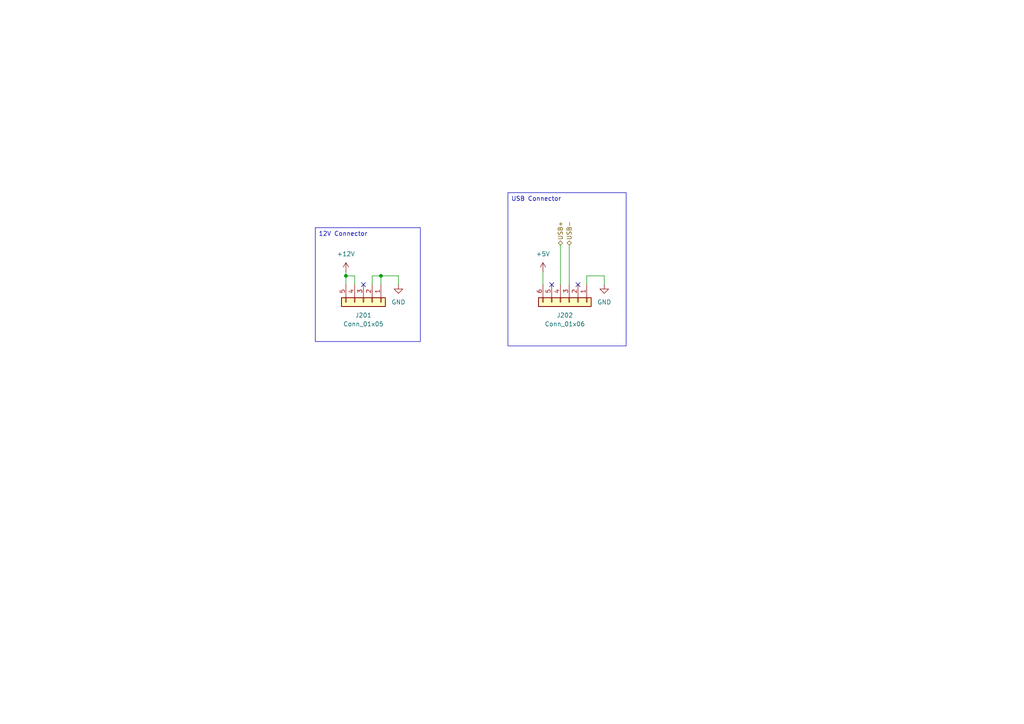
<source format=kicad_sch>
(kicad_sch (version 20231120) (generator "eeschema") (generator_version "8.0")
  (paper "A4")
  (title_block (title "Bus Connector") (rev "<<HASH>>") (company "Amateurfunkclub für Remote Stationen"))
  (lib_symbols
    (symbol "Connector_Generic:Conn_01x05" (pin_names (offset 1.016) hide)
      (property "Reference" "J" (at 0 7.62 0))
      (property "Value" "Conn_01x05" (at 0 -7.62 0))
      (symbol "Conn_01x05_1_1"
        (rectangle (start -1.27 -4.953) (end 0 -5.207) (stroke (width 0.1524)))
        (rectangle (start -1.27 -2.413) (end 0 -2.667) (stroke (width 0.1524)))
        (rectangle (start -1.27 0.127) (end 0 -0.127) (stroke (width 0.1524)))
        (rectangle (start -1.27 2.667) (end 0 2.413) (stroke (width 0.1524)))
        (rectangle (start -1.27 5.207) (end 0 4.953) (stroke (width 0.1524)))
        (rectangle (start -1.27 6.35) (end 1.27 -6.35) (stroke (width 0.254)) (fill (type background)))
        (pin passive line (at -5.08 5.08 0) (length 3.81) (name "Pin_1") (number "1"))
        (pin passive line (at -5.08 2.54 0) (length 3.81) (name "Pin_2") (number "2"))
        (pin passive line (at -5.08 0 0) (length 3.81) (name "Pin_3") (number "3"))
        (pin passive line (at -5.08 -2.54 0) (length 3.81) (name "Pin_4") (number "4"))
        (pin passive line (at -5.08 -5.08 0) (length 3.81) (name "Pin_5") (number "5"))
      )
    )
    (symbol "Connector_Generic:Conn_01x06" (pin_names (offset 1.016) hide)
      (property "Reference" "J" (at 0 7.62 0))
      (property "Value" "Conn_01x06" (at 0 -10.16 0))
      (symbol "Conn_01x06_1_1"
        (rectangle (start -1.27 -7.493) (end 0 -7.747) (stroke (width 0.1524)))
        (rectangle (start -1.27 -4.953) (end 0 -5.207) (stroke (width 0.1524)))
        (rectangle (start -1.27 -2.413) (end 0 -2.667) (stroke (width 0.1524)))
        (rectangle (start -1.27 0.127) (end 0 -0.127) (stroke (width 0.1524)))
        (rectangle (start -1.27 2.667) (end 0 2.413) (stroke (width 0.1524)))
        (rectangle (start -1.27 5.207) (end 0 4.953) (stroke (width 0.1524)))
        (rectangle (start -1.27 6.35) (end 1.27 -8.89) (stroke (width 0.254)) (fill (type background)))
        (pin passive line (at -5.08 5.08 0) (length 3.81) (name "Pin_1") (number "1"))
        (pin passive line (at -5.08 2.54 0) (length 3.81) (name "Pin_2") (number "2"))
        (pin passive line (at -5.08 0 0) (length 3.81) (name "Pin_3") (number "3"))
        (pin passive line (at -5.08 -2.54 0) (length 3.81) (name "Pin_4") (number "4"))
        (pin passive line (at -5.08 -5.08 0) (length 3.81) (name "Pin_5") (number "5"))
        (pin passive line (at -5.08 -7.62 0) (length 3.81) (name "Pin_6") (number "6"))
      )
    )
    (symbol "power:+12V" (power) (pin_numbers hide) (pin_names (offset 0) hide)
      (property "Value" "+12V" (at 0 3.556 0))
      (symbol "+12V_0_1"
        (polyline (pts (xy -0.762 1.27) (xy 0 2.54)))
        (polyline (pts (xy 0 0) (xy 0 2.54)))
        (polyline (pts (xy 0 2.54) (xy 0.762 1.27)))
      )
      (symbol "+12V_1_1"
        (pin power_in line (at 0 0 90) (length 0) (name "~") (number "1"))
      )
    )
    (symbol "power:+5V" (power) (pin_numbers hide) (pin_names (offset 0) hide)
      (property "Value" "+5V" (at 0 3.556 0))
      (symbol "+5V_0_1"
        (polyline (pts (xy -0.762 1.27) (xy 0 2.54)))
        (polyline (pts (xy 0 0) (xy 0 2.54)))
        (polyline (pts (xy 0 2.54) (xy 0.762 1.27)))
      )
      (symbol "+5V_1_1"
        (pin power_in line (at 0 0 90) (length 0) (name "~") (number "1"))
      )
    )
    (symbol "power:GND" (power) (pin_numbers hide) (pin_names (offset 0) hide)
      (property "Value" "GND" (at 0 -3.81 0))
      (symbol "GND_0_1"
        (polyline (pts (xy 0 0) (xy 0 -1.27) (xy 1.27 -1.27) (xy 0 -2.54) (xy -1.27 -1.27) (xy 0 -1.27)))
      )
      (symbol "GND_1_1"
        (pin power_in line (at 0 0 270) (length 0) (name "~") (number "1"))
      )
    )
  )
  (junction (at 110.49 80.01))
  (junction (at 100.33 80.01))
  (no_connect (at 167.64 82.55))
  (no_connect (at 160.02 82.55))
  (no_connect (at 105.41 82.55))
  (wire (pts (xy 157.48 78.74) (xy 157.48 82.55)))
  (wire (pts (xy 110.49 82.55) (xy 110.49 80.01)))
  (wire (pts (xy 165.1 71.12) (xy 165.1 82.55)))
  (wire (pts (xy 170.18 80.01) (xy 175.26 80.01)))
  (wire (pts (xy 162.56 71.12) (xy 162.56 82.55)))
  (wire (pts (xy 100.33 80.01) (xy 102.87 80.01)))
  (wire (pts (xy 107.95 82.55) (xy 107.95 80.01)))
  (wire (pts (xy 175.26 80.01) (xy 175.26 82.55)))
  (wire (pts (xy 100.33 80.01) (xy 100.33 82.55)))
  (wire (pts (xy 170.18 82.55) (xy 170.18 80.01)))
  (wire (pts (xy 115.57 80.01) (xy 115.57 82.55)))
  (wire (pts (xy 100.33 78.74) (xy 100.33 80.01)))
  (wire (pts (xy 110.49 80.01) (xy 115.57 80.01)))
  (wire (pts (xy 107.95 80.01) (xy 110.49 80.01)))
  (wire (pts (xy 102.87 82.55) (xy 102.87 80.01)))
  (text_box "USB Connector" (at 147.32 55.88 0) (size 34.29 44.45) (effects (font (size 1.27 1.27)) (justify left top)))
  (text_box "12V Connector" (at 91.44 66.04 0) (size 30.48 33.02) (effects (font (size 1.27 1.27)) (justify left top)))
  (hierarchical_label "USB+" (shape bidirectional) (at 162.56 71.12 90))
  (hierarchical_label "USB-" (shape bidirectional) (at 165.1 71.12 90))
  (symbol (lib_id "Connector_Generic:Conn_01x05") (at 105.41 87.63 270) (unit 1)
    (property "Reference" "J201" (at 105.41 91.44 90))
    (property "Value" "Conn_01x05" (at 105.41 93.98 90))
    (property "Description" "Generic connector, single row, 01x05, script generated (kicad-library-utils/schlib/autogen/connector/)" (effects (hide yes)))
    (instances (project "RemoteStation" (path "" (reference "J201") (unit 1)) (path "" (reference "J501") (unit 1)) (path "" (reference "J701") (unit 1)) (path "" (reference "J601") (unit 1)) (path "" (reference "J301") (unit 1))))
  )
  (symbol (lib_id "power:GND") (at 115.57 82.55 0) (unit 1)
    (property "Reference" "#PWR0202" (effects (hide yes)))
    (property "Value" "GND" (at 115.57 87.63 0))
    (property "Description" "Power symbol creates a global label with name \"GND\" , ground" (effects (hide yes)))
    (instances (project "RemoteStation" (path "" (reference "#PWR0202") (unit 1)) (path "" (reference "#PWR0502") (unit 1)) (path "" (reference "#PWR0702") (unit 1)) (path "" (reference "#PWR0602") (unit 1)) (path "" (reference "#PWR0302") (unit 1))))
  )
  (symbol (lib_id "power:+5V") (at 157.48 78.74 0) (unit 1)
    (property "Reference" "#PWR0203" (effects (hide yes)))
    (property "Value" "+5V" (at 157.48 73.66 0))
    (property "Description" "Power symbol creates a global label with name \"+5V\"" (effects (hide yes)))
    (instances (project "RemoteStation" (path "" (reference "#PWR0203") (unit 1)) (path "" (reference "#PWR0503") (unit 1)) (path "" (reference "#PWR0703") (unit 1)) (path "" (reference "#PWR0603") (unit 1)) (path "" (reference "#PWR0303") (unit 1))))
  )
  (symbol (lib_id "Connector_Generic:Conn_01x06") (at 165.1 87.63 270) (unit 1)
    (property "Reference" "J202" (at 163.83 91.44 90))
    (property "Value" "Conn_01x06" (at 163.83 93.98 90))
    (property "Description" "Generic connector, single row, 01x06, script generated (kicad-library-utils/schlib/autogen/connector/)" (effects (hide yes)))
    (instances (project "RemoteStation" (path "" (reference "J202") (unit 1)) (path "" (reference "J502") (unit 1)) (path "" (reference "J702") (unit 1)) (path "" (reference "J602") (unit 1)) (path "" (reference "J302") (unit 1))))
  )
  (symbol (lib_id "power:+12V") (at 100.33 78.74 0) (unit 1)
    (property "Reference" "#PWR0201" (effects (hide yes)))
    (property "Value" "+12V" (at 100.33 73.66 0))
    (property "Description" "Power symbol creates a global label with name \"+12V\"" (effects (hide yes)))
    (instances (project "RemoteStation" (path "" (reference "#PWR0201") (unit 1)) (path "" (reference "#PWR0501") (unit 1)) (path "" (reference "#PWR0701") (unit 1)) (path "" (reference "#PWR0601") (unit 1)) (path "" (reference "#PWR0301") (unit 1))))
  )
  (symbol (lib_id "power:GND") (at 175.26 82.55 0) (unit 1)
    (property "Reference" "#PWR0204" (effects (hide yes)))
    (property "Value" "GND" (at 175.26 87.63 0))
    (property "Description" "Power symbol creates a global label with name \"GND\" , ground" (effects (hide yes)))
    (instances (project "RemoteStation" (path "" (reference "#PWR0204") (unit 1)) (path "" (reference "#PWR0504") (unit 1)) (path "" (reference "#PWR0704") (unit 1)) (path "" (reference "#PWR0604") (unit 1)) (path "" (reference "#PWR0304") (unit 1))))
  )
)
</source>
